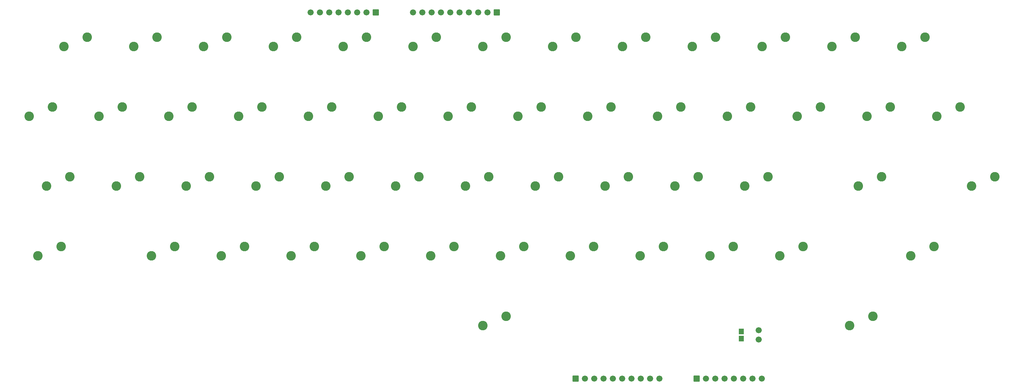
<source format=gts>
G04 Layer: TopSolderMaskLayer*
G04 EasyEDA v6.5.39, 2024-02-04 18:15:22*
G04 34cdbf00d3e34c3386613b9734a0afe0,5509f98a9368439c9cde498926e245b9,10*
G04 Gerber Generator version 0.2*
G04 Scale: 100 percent, Rotated: No, Reflected: No *
G04 Dimensions in millimeters *
G04 leading zeros omitted , absolute positions ,4 integer and 5 decimal *
%FSLAX45Y45*%
%MOMM*%

%AMMACRO1*1,1,$1,$2,$3*1,1,$1,$4,$5*1,1,$1,0-$2,0-$3*1,1,$1,0-$4,0-$5*20,1,$1,$2,$3,$4,$5,0*20,1,$1,$4,$5,0-$2,0-$3,0*20,1,$1,0-$2,0-$3,0-$4,0-$5,0*20,1,$1,0-$4,0-$5,$2,$3,0*4,1,4,$2,$3,$4,$5,0-$2,0-$3,0-$4,0-$5,$2,$3,0*%
%ADD10C,2.6016*%
%ADD11C,1.6764*%
%ADD12MACRO1,0.1016X-0.7874X0.7874X0.7874X0.7874*%
%ADD13MACRO1,0.1016X0.7874X-0.7874X-0.7874X-0.7874*%
%ADD14R,1.4516X1.5116*%

%LPD*%
D10*
G01*
X-381000Y1206500D03*
G01*
X254000Y1460500D03*
G01*
X-10382250Y5016500D03*
G01*
X-9747250Y5270500D03*
G01*
X-1809750Y3111500D03*
G01*
X-1174750Y3365500D03*
G01*
X11049000Y8826500D03*
G01*
X11684000Y9080500D03*
G01*
X-5619750Y3111500D03*
G01*
X-4984750Y3365500D03*
G01*
X7239000Y8826500D03*
G01*
X7874000Y9080500D03*
G01*
X3905250Y3111500D03*
G01*
X4540250Y3365500D03*
G01*
X-6572250Y5016500D03*
G01*
X-5937250Y5270500D03*
G01*
X12001500Y6921500D03*
G01*
X12636500Y7175500D03*
G01*
X5810250Y3111500D03*
G01*
X6445250Y3365500D03*
G01*
X-12287250Y5016500D03*
G01*
X-11652250Y5270500D03*
G01*
X-7048500Y6921500D03*
G01*
X-6413500Y7175500D03*
G01*
X9144000Y8826500D03*
G01*
X9779000Y9080500D03*
G01*
X-4667250Y5016500D03*
G01*
X-4032250Y5270500D03*
G01*
X-2762250Y5016500D03*
G01*
X-2127250Y5270500D03*
G01*
X-857250Y5016500D03*
G01*
X-222250Y5270500D03*
G01*
X2476500Y6921500D03*
G01*
X3111500Y7175500D03*
G01*
X1047750Y5016500D03*
G01*
X1682750Y5270500D03*
G01*
X2952750Y5016500D03*
G01*
X3587750Y5270500D03*
G01*
X5334000Y8826500D03*
G01*
X5969000Y9080500D03*
G01*
X-11811000Y8826500D03*
G01*
X-11176000Y9080500D03*
G01*
X-9906000Y8826500D03*
G01*
X-9271000Y9080500D03*
G01*
X-8001000Y8826500D03*
G01*
X-7366000Y9080500D03*
G01*
X-6096000Y8826500D03*
G01*
X-5461000Y9080500D03*
G01*
X-4191000Y8826500D03*
G01*
X-3556000Y9080500D03*
G01*
X-2286000Y8826500D03*
G01*
X-1651000Y9080500D03*
G01*
X-381000Y8826500D03*
G01*
X254000Y9080500D03*
G01*
X1524000Y8826500D03*
G01*
X2159000Y9080500D03*
G01*
X3429000Y8826500D03*
G01*
X4064000Y9080500D03*
G01*
X4857750Y5016500D03*
G01*
X5492750Y5270500D03*
G01*
X8191500Y6921500D03*
G01*
X8826500Y7175500D03*
G01*
X12954000Y5016500D03*
G01*
X13589000Y5270500D03*
G01*
X2000250Y3111500D03*
G01*
X2635250Y3365500D03*
G01*
X95250Y3111500D03*
G01*
X730250Y3365500D03*
G01*
X4381500Y6921500D03*
G01*
X5016500Y7175500D03*
G01*
X6286500Y6921500D03*
G01*
X6921500Y7175500D03*
G01*
X-10858500Y6921500D03*
G01*
X-10223500Y7175500D03*
G01*
X-5143500Y6921500D03*
G01*
X-4508500Y7175500D03*
G01*
X9858375Y5016500D03*
G01*
X10493375Y5270500D03*
G01*
X10096500Y6921500D03*
G01*
X10731500Y7175500D03*
G01*
X9620250Y1206500D03*
G01*
X10255250Y1460500D03*
G01*
X-8477250Y5016500D03*
G01*
X-7842250Y5270500D03*
G01*
X6762750Y5016500D03*
G01*
X7397750Y5270500D03*
G01*
X7715250Y3111500D03*
G01*
X8350250Y3365500D03*
G01*
X-3238500Y6921500D03*
G01*
X-2603500Y7175500D03*
G01*
X571500Y6921500D03*
G01*
X1206500Y7175500D03*
G01*
X-12763499Y6921500D03*
G01*
X-12128500Y7175500D03*
G01*
X-3714750Y3111500D03*
G01*
X-3079750Y3365500D03*
G01*
X-8953500Y6921500D03*
G01*
X-8318500Y7175500D03*
G01*
X-7524750Y3111500D03*
G01*
X-6889750Y3365500D03*
G01*
X-1333500Y6921500D03*
G01*
X-698500Y7175500D03*
G01*
X-9429750Y3111500D03*
G01*
X-8794750Y3365500D03*
G01*
X-12525247Y3111576D03*
G01*
X-11890247Y3365576D03*
G01*
X11287252Y3111576D03*
G01*
X11922252Y3365576D03*
D11*
G01*
X3413125Y-238125D03*
D12*
G01*
X2143125Y-238125D03*
D11*
G01*
X2397125Y-238125D03*
G01*
X2651125Y-238125D03*
G01*
X2905125Y-238125D03*
G01*
X3159125Y-238125D03*
G01*
X3667125Y-238125D03*
G01*
X3921125Y-238125D03*
G01*
X4175125Y-238125D03*
G01*
X4429125Y-238125D03*
D12*
G01*
X5445125Y-238125D03*
D11*
G01*
X5699125Y-238125D03*
G01*
X5953125Y-238125D03*
G01*
X6207125Y-238125D03*
G01*
X6461125Y-238125D03*
G01*
X6715125Y-238125D03*
G01*
X6969125Y-238125D03*
G01*
X7223125Y-238125D03*
G01*
X-1270000Y9763125D03*
D13*
G01*
X1Y9763125D03*
D11*
G01*
X-254000Y9763125D03*
G01*
X-508000Y9763125D03*
G01*
X-762000Y9763125D03*
G01*
X-1016000Y9763125D03*
G01*
X-1524000Y9763125D03*
G01*
X-1778000Y9763125D03*
G01*
X-2032000Y9763125D03*
G01*
X-2286000Y9763125D03*
D13*
G01*
X-3301999Y9763125D03*
D11*
G01*
X-3556000Y9763125D03*
G01*
X-3810000Y9763125D03*
G01*
X-4064000Y9763125D03*
G01*
X-4318000Y9763125D03*
G01*
X-4572000Y9763125D03*
G01*
X-4826000Y9763125D03*
G01*
X-5080000Y9763125D03*
G01*
X7143750Y1079500D03*
G01*
X7143750Y825500D03*
D14*
G01*
X6667500Y852500D03*
G01*
X6667500Y1052499D03*
M02*

</source>
